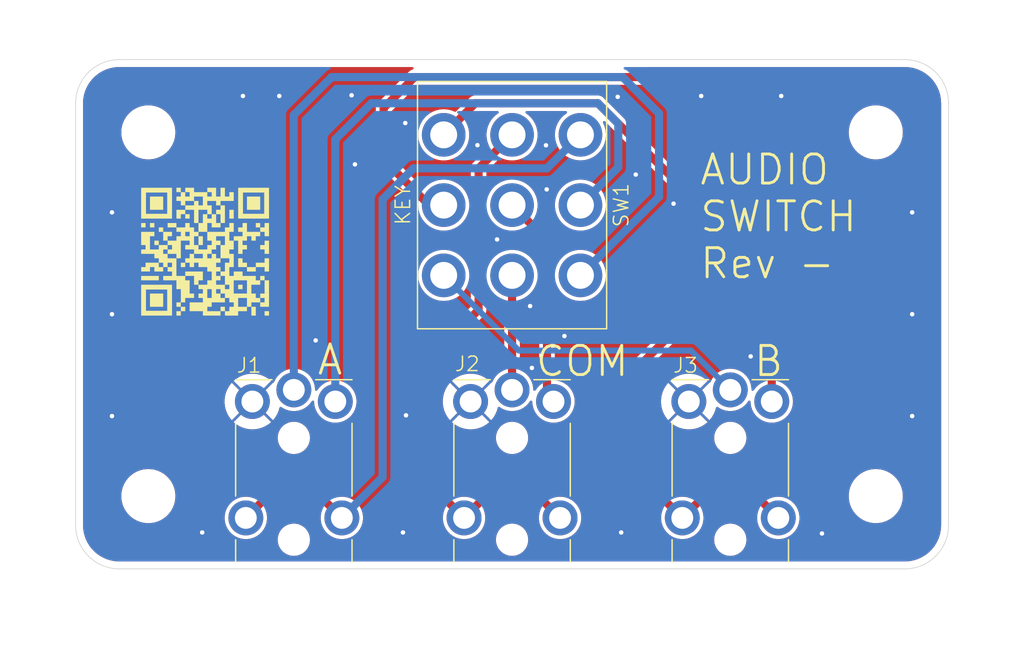
<source format=kicad_pcb>
(kicad_pcb (version 20241229) (generator "pcbnew") (generator_version "9.0")
  (title_block (title "Audio Switch") (date "2025-10-12") (rev "-"))
  (layers (0 "F.Cu" signal) (2 "B.Cu" signal) (13 "F.Paste" user) (15 "B.Paste" user) (5 "F.SilkS" user "F.Silkscreen") (7 "B.SilkS" user "B.Silkscreen") (1 "F.Mask" user) (3 "B.Mask" user) (25 "Edge.Cuts" user))
  (net 0 "")
  (net 1 "/A_RIGHT")
  (net 2 "GND")
  (net 3 "/A_LEFT")
  (net 4 "/A_MIC")
  (net 5 "/COM_LEFT")
  (net 6 "/COM_MIC")
  (net 7 "/COM_RIGHT")
  (net 8 "/B_LEFT")
  (net 9 "/B_RIGHT")
  (net 10 "/B_MIC")
  (footprint "MountingHole:MountingHole_2.7mm_M2.5" (layer "F.Cu") (at 161.85 117)
    (property "Reference" "REF**" (hide yes))
    (property "Value" "MountingHole_2.7mm_M2.5")
    (pad "" np_thru_hole circle (at 0 0) (size 2.7 2.7) (drill 2.7) (layers "*.Cu" "*.Mask"))
  )
  (footprint "MountingHole:MountingHole_2.7mm_M2.5" (layer "F.Cu") (at 111.85 92)
    (property "Reference" "REF**" (hide yes))
    (property "Value" "MountingHole_2.7mm_M2.5")
    (pad "" np_thru_hole circle (at 0 0) (size 2.7 2.7) (drill 2.7) (layers "*.Cu" "*.Mask"))
  )
  (footprint "_Proj_Fooprints:54-00174" (layer "F.Cu") (at 136.85 122 90)
    (property "Reference" "J2" (at 13.5 -4 0) (layer "F.SilkS") (effects (font (thickness 0.1)) (justify left bottom)))
    (property "Value" "AudioJack4")
    (fp_line (start 13 -4) (end 13 -1.5) (stroke (width 0.1)) (layer "F.SilkS"))
    (fp_line (start 5 -4) (end 10 -4) (stroke (width 0.1)) (layer "F.SilkS"))
    (fp_line (start 2 -4) (end 0.5 -4) (stroke (width 0.1)) (layer "F.SilkS"))
    (fp_line (start 13 1.5) (end 13 4) (stroke (width 0.1)) (layer "F.SilkS"))
    (fp_line (start 5 4) (end 10 4) (stroke (width 0.1)) (layer "F.SilkS"))
    (fp_line (start 2 4) (end 0.5 4) (stroke (width 0.1)) (layer "F.SilkS"))
    (pad "" np_thru_hole circle (at 2 0 90) (size 0.1 0.1) (drill 1.2) (layers "*.Cu" "*.Mask"))
    (pad "" np_thru_hole circle (at 9 0 90) (size 0.1 0.1) (drill 1.2) (layers "*.Cu" "*.Mask"))
    (pad "R1" thru_hole circle (at 11.5 2.85 90) (size 2.4 2.4) (drill 1.5) (layers "*.Cu" "*.Mask") (net 7 "/COM_RIGHT"))
    (pad "R2" thru_hole circle (at 11.5 -2.85 90) (size 2.4 2.4) (drill 1.5) (layers "*.Cu" "*.Mask") (net 2 "GND"))
    (pad "S" thru_hole circle (at 12.3 0 90) (size 2.4 2.4) (drill 1.5) (layers "*.Cu" "*.Mask") (net 6 "/COM_MIC"))
    (pad "T" thru_hole circle (at 3.5 -3.3 90) (size 2.4 2.4) (drill 1.5) (layers "*.Cu" "*.Mask") (net 5 "/COM_LEFT"))
    (pad "T" thru_hole circle (at 3.5 3.3 90) (size 2.4 2.4) (drill 1.5) (layers "*.Cu" "*.Mask") (net 5 "/COM_LEFT"))
  )
  (footprint "_Proj_Fooprints:1003P1T1B1M2QEH" (layer "F.Cu") (at 136.85 97 90)
    (property "Reference" "SW1" (at 0 7.5 90) (layer "F.SilkS") (effects (font (thickness 0.1))))
    (property "Value" "SW_3PDT")
    (fp_rect (start -8.5 -6.5) (end 8.5 6.5) (stroke (width 0.1)) (fill no) (layer "F.SilkS"))
    (fp_text user "KEY" (at 0 -7.5 90) (layer "F.SilkS") (effects (font (thickness 0.1))))
    (pad "1" thru_hole circle (at -4.83 4.7 90) (size 3 3) (drill 1.85) (layers "*.Cu" "*.Mask") (net 4 "/A_MIC"))
    (pad "2" thru_hole circle (at -4.83 0 90) (size 3 3) (drill 1.85) (layers "*.Cu" "*.Mask") (net 6 "/COM_MIC"))
    (pad "3" thru_hole circle (at -4.83 -4.7 90) (size 3 3) (drill 1.85) (layers "*.Cu" "*.Mask") (net 10 "/B_MIC"))
    (pad "4" thru_hole circle (at 0 4.7 90) (size 3 3) (drill 1.85) (layers "*.Cu" "*.Mask") (net 1 "/A_RIGHT"))
    (pad "5" thru_hole circle (at 0 0 90) (size 3 3) (drill 1.85) (layers "*.Cu" "*.Mask") (net 7 "/COM_RIGHT"))
    (pad "6" thru_hole circle (at 0 -4.7 90) (size 3 3) (drill 1.85) (layers "*.Cu" "*.Mask") (net 9 "/B_RIGHT"))
    (pad "7" thru_hole circle (at 4.83 4.7 90) (size 3 3) (drill 1.85) (layers "*.Cu" "*.Mask") (net 3 "/A_LEFT"))
    (pad "8" thru_hole circle (at 4.83 0 90) (size 3 3) (drill 1.85) (layers "*.Cu" "*.Mask") (net 5 "/COM_LEFT"))
    (pad "9" thru_hole circle (at 4.83 -4.7 90) (size 3 3) (drill 1.85) (layers "*.Cu" "*.Mask") (net 8 "/B_LEFT"))
  )
  (footprint "_Proj_Fooprints:54-00174" (layer "F.Cu") (at 121.85 122 90)
    (property "Reference" "J1" (at 13.4 -4 0) (layer "F.SilkS") (effects (font (thickness 0.1)) (justify left bottom)))
    (property "Value" "AudioJack4")
    (fp_line (start 13 -4) (end 13 -1.5) (stroke (width 0.1)) (layer "F.SilkS"))
    (fp_line (start 5 -4) (end 10 -4) (stroke (width 0.1)) (layer "F.SilkS"))
    (fp_line (start 2 -4) (end 0.5 -4) (stroke (width 0.1)) (layer "F.SilkS"))
    (fp_line (start 13 1.5) (end 13 4) (stroke (width 0.1)) (layer "F.SilkS"))
    (fp_line (start 5 4) (end 10 4) (stroke (width 0.1)) (layer "F.SilkS"))
    (fp_line (start 2 4) (end 0.5 4) (stroke (width 0.1)) (layer "F.SilkS"))
    (pad "" np_thru_hole circle (at 2 0 90) (size 0.1 0.1) (drill 1.2) (layers "*.Cu" "*.Mask"))
    (pad "" np_thru_hole circle (at 9 0 90) (size 0.1 0.1) (drill 1.2) (layers "*.Cu" "*.Mask"))
    (pad "R1" thru_hole circle (at 11.5 2.85 90) (size 2.4 2.4) (drill 1.5) (layers "*.Cu" "*.Mask") (net 1 "/A_RIGHT"))
    (pad "R2" thru_hole circle (at 11.5 -2.85 90) (size 2.4 2.4) (drill 1.5) (layers "*.Cu" "*.Mask") (net 2 "GND"))
    (pad "S" thru_hole circle (at 12.3 0 90) (size 2.4 2.4) (drill 1.5) (layers "*.Cu" "*.Mask") (net 4 "/A_MIC"))
    (pad "T" thru_hole circle (at 3.5 -3.3 90) (size 2.4 2.4) (drill 1.5) (layers "*.Cu" "*.Mask") (net 3 "/A_LEFT"))
    (pad "T" thru_hole circle (at 3.5 3.3 90) (size 2.4 2.4) (drill 1.5) (layers "*.Cu" "*.Mask") (net 3 "/A_LEFT"))
  )
  (footprint "MountingHole:MountingHole_2.7mm_M2.5" (layer "F.Cu") (at 111.85 117)
    (property "Reference" "REF**" (hide yes))
    (property "Value" "MountingHole_2.7mm_M2.5")
    (pad "" np_thru_hole circle (at 0 0) (size 2.7 2.7) (drill 2.7) (layers "*.Cu" "*.Mask"))
  )
  (footprint "_Proj_Fooprints:QR_code" (layer "F.Cu") (at 115.75 100.2)
    (property "Reference" "G***" (hide yes))
    (property "Value" "LOGO" (hide yes))
    (fp_poly (pts (xy -4.090998 -1.818221) (xy -4.090998 -1.666703) (xy -4.242516 -1.666703) (xy -4.394035 -1.666703) (xy -4.394035 -1.818221) (xy -4.394035 -1.96974) (xy -4.242516 -1.96974) (xy -4.090998 -1.96974)) (fill yes) (layer "F.SilkS"))
    (fp_poly (pts (xy -3.484924 -1.818221) (xy -3.484924 -1.666703) (xy -3.636443 -1.666703) (xy -3.787961 -1.666703) (xy -3.787961 -1.818221) (xy -3.787961 -1.96974) (xy -3.636443 -1.96974) (xy -3.484924 -1.96974)) (fill yes) (layer "F.SilkS"))
    (fp_poly (pts (xy -3.181887 1.818221) (xy -3.181887 1.96974) (xy -3.787961 1.96974) (xy -4.394035 1.96974) (xy -4.394035 1.818221) (xy -4.394035 1.666703) (xy -3.787961 1.666703) (xy -3.181887 1.666703)) (fill yes) (layer "F.SilkS"))
    (fp_poly (pts (xy -2.87885 -3.333406) (xy -2.87885 -2.87885) (xy -3.333406 -2.87885) (xy -3.787961 -2.87885) (xy -3.787961 -3.333406) (xy -3.787961 -3.787961) (xy -3.333406 -3.787961) (xy -2.87885 -3.787961)) (fill yes) (layer "F.SilkS"))
    (fp_poly (pts (xy -2.87885 -1.515184) (xy -2.87885 -1.363666) (xy -3.030369 -1.363666) (xy -3.181887 -1.363666) (xy -3.181887 -1.515184) (xy -3.181887 -1.666703) (xy -3.030369 -1.666703) (xy -2.87885 -1.666703)) (fill yes) (layer "F.SilkS"))
    (fp_poly (pts (xy -2.87885 3.333406) (xy -2.87885 3.787961) (xy -3.333406 3.787961) (xy -3.787961 3.787961) (xy -3.787961 3.333406) (xy -3.787961 2.87885) (xy -3.333406 2.87885) (xy -2.87885 2.87885)) (fill yes) (layer "F.SilkS"))
    (fp_poly (pts (xy -1.363666 0.909111) (xy -1.363666 1.060629) (xy -1.515184 1.060629) (xy -1.666703 1.060629) (xy -1.666703 0.909111) (xy -1.666703 0.757592) (xy -1.515184 0.757592) (xy -1.363666 0.757592)) (fill yes) (layer "F.SilkS"))
    (fp_poly (pts (xy -1.060629 -2.424295) (xy -1.060629 -2.272777) (xy -1.212148 -2.272777) (xy -1.363666 -2.272777) (xy -1.363666 -2.424295) (xy -1.363666 -2.575813) (xy -1.212148 -2.575813) (xy -1.060629 -2.575813)) (fill yes) (layer "F.SilkS"))
    (fp_poly (pts (xy -0.151518 -0.757592) (xy -0.151518 -0.454555) (xy -0.303037 -0.454555) (xy -0.454555 -0.454555) (xy -0.454555 -0.757592) (xy -0.454555 -1.060629) (xy -0.303037 -1.060629) (xy -0.151518 -1.060629)) (fill yes) (layer "F.SilkS"))
    (fp_poly (pts (xy 1.96974 -2.575813) (xy 1.96974 -2.272777) (xy 1.818221 -2.272777) (xy 1.666703 -2.272777) (xy 1.666703 -2.575813) (xy 1.666703 -2.87885) (xy 1.818221 -2.87885) (xy 1.96974 -2.87885)) (fill yes) (layer "F.SilkS"))
    (fp_poly (pts (xy 2.575813 2.424295) (xy 2.575813 2.575813) (xy 2.424295 2.575813) (xy 2.272777 2.575813) (xy 2.272777 2.424295) (xy 2.272777 2.272777) (xy 2.424295 2.272777) (xy 2.575813 2.272777)) (fill yes) (layer "F.SilkS"))
    (fp_poly (pts (xy 3.484924 4.090998) (xy 3.484924 4.394035) (xy 3.333406 4.394035) (xy 3.181887 4.394035) (xy 3.181887 4.090998) (xy 3.181887 3.787961) (xy 3.333406 3.787961) (xy 3.484924 3.787961)) (fill yes) (layer "F.SilkS"))
    (fp_poly (pts (xy 3.787961 -3.333406) (xy 3.787961 -2.87885) (xy 3.333406 -2.87885) (xy 2.87885 -2.87885) (xy 2.87885 -3.333406) (xy 2.87885 -3.787961) (xy 3.333406 -3.787961) (xy 3.787961 -3.787961)) (fill yes) (layer "F.SilkS"))
    (fp_poly (pts (xy 4.394035 4.242516) (xy 4.394035 4.394035) (xy 4.242516 4.394035) (xy 4.090998 4.394035) (xy 4.090998 4.242516) (xy 4.090998 4.090998) (xy 4.242516 4.090998) (xy 4.394035 4.090998)) (fill yes) (layer "F.SilkS"))
    (fp_poly (pts (xy -1.363666 3.939479) (xy -1.363666 4.090998) (xy -1.515184 4.090998) (xy -1.666703 4.090998) (xy -1.666703 4.242516) (xy -1.666703 4.394035) (xy -1.818221 4.394035) (xy -1.96974 4.394035) (xy -1.96974 4.242516) (xy -1.96974 4.090998) (xy -1.818221 4.090998) (xy -1.666703 4.090998) (xy -1.666703 3.939479) (xy -1.666703 3.787961) (xy -1.515184 3.787961) (xy -1.363666 3.787961)) (fill yes) (layer "F.SilkS"))
    (fp_poly (pts (xy 4.394035 -0.303037) (xy 4.394035 0.151518) (xy 4.242516 0.151518) (xy 4.090998 0.151518) (xy 4.090998 0) (xy 4.090998 -0.151518) (xy 3.939479 -0.151518) (xy 3.787961 -0.151518) (xy 3.787961 -0.303037) (xy 3.787961 -0.454555) (xy 3.939479 -0.454555) (xy 4.090998 -0.454555) (xy 4.090998 -0.606074) (xy 4.090998 -0.757592) (xy 4.242516 -0.757592) (xy 4.394035 -0.757592)) (fill yes) (layer "F.SilkS"))
    (fp_poly (pts (xy -2.272777 -3.333406) (xy -2.272777 -2.272777) (xy -3.333406 -2.272777) (xy -4.394035 -2.272777) (xy -4.394035 -3.333406) (xy -4.063449 -3.333406) (xy -4.063449 -2.603362) (xy -3.333406 -2.603362) (xy -2.603362 -2.603362) (xy -2.603362 -3.333406) (xy -2.603362 -4.063449) (xy -3.333406 -4.063449) (xy -4.063449 -4.063449) (xy -4.063449 -3.333406) (xy -4.394035 -3.333406) (xy -4.394035 -4.394035) (xy -3.333406 -4.394035) (xy -2.272777 -4.394035)) (fill yes) (layer "F.SilkS"))
    (fp_poly (pts (xy -2.272777 3.333406) (xy -2.272777 4.394035) (xy -3.333406 4.394035) (xy -4.394035 4.394035) (xy -4.394035 3.333406) (xy -4.063449 3.333406) (xy -4.063449 4.063449) (xy -3.333406 4.063449) (xy -2.603362 4.063449) (xy -2.603362 3.333406) (xy -2.603362 2.603362) (xy -3.333406 2.603362) (xy -4.063449 2.603362) (xy -4.063449 3.333406) (xy -4.394035 3.333406) (xy -4.394035 2.272777) (xy -3.333406 2.272777) (xy -2.272777 2.272777)) (fill yes) (layer "F.SilkS"))
    (fp_poly (pts (xy 4.394035 -3.333406) (xy 4.394035 -2.272777) (xy 3.333406 -2.272777) (xy 2.272777 -2.272777) (xy 2.272777 -3.333406) (xy 2.603362 -3.333406) (xy 2.603362 -2.603362) (xy 3.333406 -2.603362) (xy 4.063449 -2.603362) (xy 4.063449 -3.333406) (xy 4.063449 -4.063449) (xy 3.333406 -4.063449) (xy 2.603362 -4.063449) (xy 2.603362 -3.333406) (xy 2.272777 -3.333406) (xy 2.272777 -4.394035) (xy 3.333406 -4.394035) (xy 4.394035 -4.394035)) (fill yes) (layer "F.SilkS"))
    (fp_poly (pts (xy 2.575813 0.606074) (xy 2.575813 0.757592) (xy 2.727332 0.757592) (xy 2.87885 0.757592) (xy 2.87885 0.909111) (xy 2.87885 1.060629) (xy 3.181887 1.060629) (xy 3.484924 1.060629) (xy 3.484924 0.909111) (xy 3.484924 0.757592) (xy 3.787961 0.757592) (xy 4.090998 0.757592) (xy 4.090998 0.606074) (xy 4.090998 0.454555) (xy 4.242516 0.454555) (xy 4.394035 0.454555) (xy 4.394035 0.909111) (xy 4.394035 1.363666) (xy 4.242516 1.363666) (xy 4.090998 1.363666) (xy 4.090998 1.212147) (xy 4.090998 1.060629) (xy 3.787961 1.060629) (xy 3.484924 1.060629) (xy 3.484924 1.212147) (xy 3.484924 1.363666) (xy 3.181887 1.363666) (xy 2.87885 1.363666) (xy 2.87885 1.212147) (xy 2.87885 1.060629) (xy 2.575813 1.060629) (xy 2.272777 1.060629) (xy 2.272777 0.757592) (xy 2.272777 0.454555) (xy 2.424295 0.454555) (xy 2.575813 0.454555)) (fill yes) (layer "F.SilkS"))
    (fp_poly (pts (xy -1.666703 -4.242516) (xy -1.666703 -4.090998) (xy -1.515184 -4.090998) (xy -1.363666 -4.090998) (xy -1.363666 -4.242516) (xy -1.363666 -4.394035) (xy -1.060629 -4.394035) (xy -0.757592 -4.394035) (xy -0.757592 -4.242516) (xy -0.757592 -4.090998) (xy -0.303037 -4.090998) (xy 0.151518 -4.090998) (xy 0.151518 -4.242516) (xy 0.151518 -4.394035) (xy 0.454555 -4.394035) (xy 0.757592 -4.394035) (xy 0.757592 -4.090998) (xy 0.757592 -3.787961) (xy 0.909111 -3.787961) (xy 1.060629 -3.787961) (xy 1.060629 -4.090998) (xy 1.060629 -4.394035) (xy 1.212147 -4.394035) (xy 1.363666 -4.394035) (xy 1.363666 -4.090998) (xy 1.363666 -3.787961) (xy 1.515184 -3.787961) (xy 1.666703 -3.787961) (xy 1.666703 -3.939479) (xy 1.666703 -4.090998) (xy 1.818221 -4.090998) (xy 1.96974 -4.090998) (xy 1.96974 -3.787961) (xy 1.96974 -3.484924) (xy 1.515184 -3.484924) (xy 1.060629 -3.484924) (xy 1.060629 -3.333406) (xy 1.060629 -3.181887) (xy 0.909111 -3.181887) (xy 0.757592 -3.181887) (xy 0.757592 -3.333406) (xy 0.757592 -3.484924) (xy 0.454555 -3.484924) (xy 0.151518 -3.484924) (xy 0.151518 -3.333406) (xy 0.151518 -3.181887) (xy 0.303037 -3.181887) (xy 0.454555 -3.181887) (xy 0.454555 -2.87885) (xy 0.454555 -2.575813) (xy 0.303037 -2.575813) (xy 0.151518 -2.575813) (xy 0.151518 -2.727332) (xy 0.151518 -2.87885) (xy -0.151518 -2.87885) (xy -0.454555 -2.87885) (xy -0.454555 -2.424295) (xy -0.454555 -1.96974) (xy -0.303037 -1.96974) (xy -0.151518 -1.96974) (xy -0.151518 -2.272777) (xy -0.151518 -2.575813) (xy 0 -2.575813) (xy 0.151518 -2.575813) (xy 0.151518 -2.424295) (xy 0.151518 -2.272777) (xy 0.303037 -2.272777) (xy 0.454555 -2.272777) (xy 0.757592 -2.272777) (xy 0.757592 -1.96974) (xy 0.909111 -1.96974) (xy 1.060629 -1.96974) (xy 1.060629 -2.272777) (xy 1.060629 -2.575813) (xy 0.909111 -2.575813) (xy 0.757592 -2.575813) (xy 0.757592 -2.272777) (xy 0.454555 -2.272777) (xy 0.454555 -2.424295) (xy 0.454555 -2.575813) (xy 0.606074 -2.575813) (xy 0.757592 -2.575813) (xy 0.757592 -2.727332) (xy 0.757592 -2.87885) (xy 0.909111 -2.87885) (xy 1.060629 -2.87885) (xy 1.060629 -3.030369) (xy 1.060629 -3.181887) (xy 1.212147 -3.181887) (xy 1.363666 -3.181887) (xy 1.363666 -2.575813) (xy 1.363666 -1.96974) (xy 1.212147 -1.96974) (xy 1.060629 -1.96974) (xy 1.060629 -1.818221) (xy 1.060629 -1.666703) (xy 0.757592 -1.666703) (xy 0.454555 -1.666703) (xy 0.454555 -1.818221) (xy 0.454555 -1.96974) (xy 0.303037 -1.96974) (xy 0.151518 -1.96974) (xy 0.151518 -1.666703) (xy 0.151518 -1.363666) (xy 0.757592 -1.363666) (xy 1.363666 -1.363666) (xy 1.363666 -1.515184) (xy 1.363666 -1.666703) (xy 1.515184 -1.666703) (xy 1.666703 -1.666703) (xy 1.666703 -1.818221) (xy 1.666703 -1.96974) (xy 1.818221 -1.96974) (xy 1.96974 -1.96974) (xy 1.96974 -1.666703) (xy 1.96974 -1.363666) (xy 1.818221 -1.363666) (xy 1.666703 -1.363666) (xy 1.666703 -1.060629) (xy 1.666703 -0.757592) (xy 1.818221 -0.757592) (xy 1.96974 -0.757592) (xy 1.96974 -0.909111) (xy 1.96974 -1.060629) (xy 2.272777 -1.060629) (xy 2.575813 -1.060629) (xy 2.575813 -1.212148) (xy 2.575813 -1.363666) (xy 2.424295 -1.363666) (xy 2.272777 -1.363666) (xy 2.272777 -1.515184) (xy 2.272777 -1.666703) (xy 2.424295 -1.666703) (xy 2.575813 -1.666703) (xy 2.575813 -1.818221) (xy 2.575813 -1.96974) (xy 2.727332 -1.96974) (xy 2.87885 -1.96974) (xy 2.87885 -1.666703) (xy 2.87885 -1.363666) (xy 3.333406 -1.363666) (xy 3.787961 -1.363666) (xy 3.787961 -1.515184) (xy 3.787961 -1.666703) (xy 3.636442 -1.666703) (xy 3.484924 -1.666703) (xy 3.484924 -1.818221) (xy 3.484924 -1.96974) (xy 3.636442 -1.96974) (xy 3.787961 -1.96974) (xy 3.787961 -1.818221) (xy 3.787961 -1.666703) (xy 3.939479 -1.666703) (xy 4.090998 -1.666703) (xy 4.090998 -1.818221) (xy 4.090998 -1.96974) (xy 4.242516 -1.96974) (xy 4.394035 -1.96974) (xy 4.394035 -1.515184) (xy 4.394035 -1.060629) (xy 4.242516 -1.060629) (xy 4.090998 -1.060629) (xy 4.090998 -1.212148) (xy 4.090998 -1.363666) (xy 3.939479 -1.363666) (xy 3.787961 -1.363666) (xy 3.787961 -1.212148) (xy 3.787961 -1.060629) (xy 3.636442 -1.060629) (xy 3.484924 -1.060629) (xy 3.484924 -0.909111) (xy 3.484924 -0.757592) (xy 3.333406 -0.757592) (xy 3.181887 -0.757592) (xy 3.181887 -0.909111) (xy 3.181887 -1.060629) (xy 3.030369 -1.060629) (xy 2.87885 -1.060629) (xy 2.87885 -0.909111) (xy 2.87885 -0.757592) (xy 2.727332 -0.757592) (xy 2.575813 -0.757592) (xy 2.575813 -0.606074) (xy 2.575813 -0.454555) (xy 2.727332 -0.454555) (xy 2.87885 -0.454555) (xy 2.87885 -0.303037) (xy 2.87885 -0.151518) (xy 2.727332 -0.151518) (xy 2.575813 -0.151518) (xy 2.575813 0) (xy 2.575813 0.151518) (xy 2.424295 0.151518) (xy 2.272777 0.151518) (xy 2.272777 -0.303037) (xy 2.272777 -0.757592) (xy 2.121258 -0.757592) (xy 1.96974 -0.757592) (xy 1.96974 -0.454555) (xy 1.96974 -0.151518) (xy 1.818221 -0.151518) (xy 1.666703 -0.151518) (xy 1.666703 0) (xy 1.666703 0.151518) (xy 1.818221 0.151518) (xy 1.96974 0.151518) (xy 1.96974 0.606074) (xy 1.96974 1.060629) (xy 1.818221 1.060629) (xy 1.666703 1.060629) (xy 1.666703 1.363666) (xy 1.666703 1.666703) (xy 1.818221 1.666703) (xy 1.96974 1.666703) (xy 1.96974 1.515184) (xy 1.96974 1.363666) (xy 2.272777 1.363666) (xy 2.575813 1.363666) (xy 2.575813 1.515184) (xy 2.575813 1.666703) (xy 3.030369 1.666703) (xy 3.484924 1.666703) (xy 3.484924 1.818221) (xy 3.484924 1.96974) (xy 3.636442 1.96974) (xy 3.787961 1.96974) (xy 3.787961 1.818221) (xy 3.787961 1.666703) (xy 3.939479 1.666703) (xy 4.090998 1.666703) (xy 4.090998 1.818221) (xy 4.090998 1.96974) (xy 3.939479 1.96974) (xy 3.787961 1.96974) (xy 3.787961 2.121258) (xy 3.787961 2.272777) (xy 3.484924 2.272777) (xy 3.181887 2.272777) (xy 3.181887 2.575813) (xy 3.181887 2.87885) (xy 3.333406 2.87885) (xy 3.484924 2.87885) (xy 3.484924 3.030369) (xy 3.484924 3.181887) (xy 3.636442 3.181887) (xy 3.787961 3.181887) (xy 3.787961 3.030369) (xy 3.787961 2.87885) (xy 3.939479 2.87885) (xy 4.090998 2.87885) (xy 4.090998 2.424295) (xy 4.090998 1.96974) (xy 4.242516 1.96974) (xy 4.394035 1.96974) (xy 4.394035 2.87885) (xy 4.394035 3.787961) (xy 4.090998 3.787961) (xy 3.787961 3.787961) (xy 3.787961 3.636442) (xy 3.787961 3.484924) (xy 3.484924 3.484924) (xy 3.181887 3.484924) (xy 3.181887 3.636442) (xy 3.181887 3.787961) (xy 3.030369 3.787961) (xy 2.87885 3.787961) (xy 2.87885 3.939479) (xy 2.87885 4.090998) (xy 2.575813 4.090998) (xy 2.272777 4.090998) (xy 2.272777 4.242516) (xy 2.272777 4.394035) (xy 1.818221 4.394035) (xy 1.363666 4.394035) (xy 1.363666 4.242516) (xy 1.363666 4.090998) (xy 1.212147 4.090998) (xy 1.060629 4.090998) (xy 1.060629 4.242516) (xy 1.060629 4.394035) (xy 0.454555 4.394035) (xy -0.151518 4.394035) (xy -0.151518 4.242516) (xy -0.151518 4.090998) (xy -0.606074 4.090998) (xy -1.060629 4.090998) (xy -1.060629 3.787961) (xy 0.151518 3.787961) (xy 0.151518 3.939479) (xy 0.151518 4.090998) (xy 0.606074 4.090998) (xy 1.060629 4.090998) (xy 1.060629 3.939479) (xy 1.060629 3.787961) (xy 1.212147 3.787961) (xy 1.363666 3.787961) (xy 1.363666 3.939479) (xy 1.363666 4.090998) (xy 1.515184 4.090998) (xy 1.666703 4.090998) (xy 1.666703 3.939479) (xy 1.666703 3.787961) (xy 1.818221 3.787961) (xy 1.96974 3.787961) (xy 1.96974 3.636442) (xy 1.96974 3.484924) (xy 2.272777 3.484924) (xy 2.272777 3.787961) (xy 2.575813 3.787961) (xy 2.87885 3.787961) (xy 2.87885 3.484924) (xy 2.87885 3.333406) (xy 3.787961 3.333406) (xy 3.787961 3.484924) (xy 3.939479 3.484924) (xy 4.090998 3.484924) (xy 4.090998 3.333406) (xy 4.090998 3.181887) (xy 3.939479 3.181887) (xy 3.787961 3.181887) (xy 3.787961 3.333406) (xy 2.87885 3.333406) (xy 2.87885 3.181887) (xy 2.575813 3.181887) (xy 2.272777 3.181887) (xy 2.272777 3.484924) (xy 1.96974 3.484924) (xy 1.818221 3.484924) (xy 1.666703 3.484924) (xy 1.666703 3.333406) (xy 1.666703 3.181887) (xy 1.515184 3.181887) (xy 1.363666 3.181887) (xy 1.363666 3.333406) (xy 1.363666 3.484924) (xy 0.909111 3.484924) (xy 0.454555 3.484924) (xy 0.454555 3.636442) (xy 0.454555 3.787961) (xy 0.303037 3.787961) (xy 0.151518 3.787961) (xy -1.060629 3.787961) (xy -1.060629 3.484924) (xy -0.606074 3.484924) (xy -0.151518 3.484924) (xy -0.151518 3.333406) (xy -0.151518 3.181887) (xy -0.303037 3.181887) (xy -0.454555 3.181887) (xy -0.454555 3.030369) (xy -0.454555 2.87885) (xy -0.303037 2.87885) (xy -0.151518 2.87885) (xy 0.151518 2.87885) (xy 0.151518 3.181887) (xy 0.303037 3.181887) (xy 0.454555 3.181887) (xy 0.454555 3.030369) (xy 1.060629 3.030369) (xy 1.060629 3.181887) (xy 1.212147 3.181887) (xy 1.363666 3.181887) (xy 1.363666 3.030369) (xy 1.363666 2.87885) (xy 1.212147 2.87885) (xy 1.060629 2.87885) (xy 1.060629 3.030369) (xy 0.454555 3.030369) (xy 0.454555 2.87885) (xy 0.454555 2.727332) (xy 0.757592 2.727332) (xy 0.757592 2.87885) (xy 0.909111 2.87885) (xy 1.060629 2.87885) (xy 1.060629 2.727332) (xy 1.060629 2.575813) (xy 0.909111 2.575813) (xy 0.757592 2.575813) (xy 0.757592 2.727332) (xy 0.454555 2.727332) (xy 0.454555 2.575813) (xy 0.303037 2.575813) (xy 0.151518 2.575813) (xy 0.151518 2.87885) (xy -0.151518 2.87885) (xy -0.151518 2.727332) (xy -0.151518 2.575813) (xy -0.303037 2.575813) (xy -0.454555 2.575813) (xy -0.454555 2.424295) (xy 1.363666 2.424295) (xy 1.363666 2.575813) (xy 1.515184 2.575813) (xy 1.666703 2.575813) (xy 1.666703 2.424295) (xy 1.96974 2.424295) (xy 1.96974 2.87885) (xy 2.424295 2.87885) (xy 2.87885 2.87885) (xy 2.87885 2.424295) (xy 2.87885 1.96974) (xy 2.424295 1.96974) (xy 1.96974 1.96974) (xy 1.96974 2.424295) (xy 1.666703 2.424295) (xy 1.666703 2.272777) (xy 1.515184 2.272777) (xy 1.363666 2.272777) (xy 1.363666 2.424295) (xy -0.454555 2.424295) (xy -0.454555 2.272777) (xy -0.606074 2.272777) (xy -0.757592 2.272777) (xy -0.757592 1.96974) (xy -0.757592 1.666703) (xy -1.060629 1.666703) (xy -1.363666 1.666703) (xy -1.363666 1.818221) (xy -1.363666 1.96974) (xy -1.212148 1.96974) (xy -1.060629 1.96974) (xy -1.060629 2.424295) (xy -1.060629 2.87885) (xy -0.909111 2.87885) (xy -0.757592 2.87885) (xy -0.757592 3.030369) (xy -0.757592 3.181887) (xy -1.060629 3.181887) (xy -1.363666 3.181887) (xy -1.363666 3.333406) (xy -1.363666 3.484924) (xy -1.515184 3.484924) (xy -1.666703 3.484924) (xy -1.666703 3.636442) (xy -1.666703 3.787961) (xy -1.818221 3.787961) (xy -1.96974 3.787961) (xy -1.96974 3.636442) (xy -1.96974 3.484924) (xy -1.818221 3.484924) (xy -1.666703 3.484924) (xy -1.666703 3.030369) (xy -1.666703 2.575813) (xy -1.818221 2.575813) (xy -1.96974 2.575813) (xy -1.96974 2.272777) (xy -1.96974 1.96974) (xy -2.424295 1.96974) (xy -2.87885 1.96974) (xy -2.87885 1.818221) (xy -2.87885 1.666703) (xy -2.575813 1.666703) (xy -2.272777 1.666703) (xy -2.272777 1.515184) (xy -2.272777 1.363666) (xy -2.424295 1.363666) (xy -2.575813 1.363666) (xy -2.575813 1.212147) (xy -2.575813 1.060629) (xy -2.727332 1.060629) (xy -2.87885 1.060629) (xy -2.87885 1.212147) (xy -2.87885 1.363666) (xy -3.181887 1.363666) (xy -3.484924 1.363666) (xy -3.484924 1.212147) (xy -3.484924 1.060629) (xy -3.636443 1.060629) (xy -3.787961 1.060629) (xy -3.787961 1.212147) (xy -3.787961 1.363666) (xy -4.090998 1.363666) (xy -4.394035 1.363666) (xy -4.394035 1.212147) (xy -4.394035 1.060629) (xy -4.242516 1.060629) (xy -4.090998 1.060629) (xy -4.090998 0.909111) (xy -3.181887 0.909111) (xy -3.181887 1.060629) (xy -3.030369 1.060629) (xy -2.87885 1.060629) (xy -2.87885 0.909111) (xy -2.575813 0.909111) (xy -2.575813 1.060629) (xy -2.424295 1.060629) (xy -2.272777 1.060629) (xy -2.272777 0.909111) (xy -2.272777 0.757592) (xy -2.424295 0.757592) (xy -2.575813 0.757592) (xy -2.575813 0.909111) (xy -2.87885 0.909111) (xy -2.87885 0.757592) (xy -3.030369 0.757592) (xy -3.181887 0.757592) (xy -3.181887 0.909111) (xy -4.090998 0.909111) (xy -4.090998 0.757592) (xy -3.636443 0.757592) (xy -3.181887 0.757592) (xy -3.181887 0.606074) (xy -3.181887 0.454555) (xy -3.333406 0.454555) (xy -3.484924 0.454555) (xy -3.484924 0.303037) (xy -3.484924 0.151518) (xy -3.939479 0.151518) (xy -4.394035 0.151518) (xy -4.394035 0) (xy -4.394035 -0.151518) (xy -4.242516 -0.151518) (xy -4.090998 -0.151518) (xy -4.090998 -0.303037) (xy -4.090998 -0.454555) (xy -4.242516 -0.454555) (xy -4.394035 -0.454555) (xy -4.394035 -0.909111) (xy -4.394035 -1.363666) (xy -3.939479 -1.363666) (xy -3.484924 -1.363666) (xy -3.484924 -1.212148) (xy -3.484924 -1.060629) (xy -3.636443 -1.060629) (xy -3.787961 -1.060629) (xy -3.787961 -0.606074) (xy -3.787961 -0.151518) (xy -3.484924 -0.151518) (xy -3.181887 -0.151518) (xy -2.87885 -0.151518) (xy -2.87885 0) (xy -2.87885 0.151518) (xy -2.727332 0.151518) (xy -2.575813 0.151518) (xy -2.575813 0.303037) (xy -2.575813 0.454555) (xy -2.272777 0.454555) (xy -1.96974 0.454555) (xy -1.96974 1.060629) (xy -1.96974 1.666703) (xy -1.666703 1.666703) (xy -1.363666 1.666703) (xy -1.363666 1.515184) (xy -1.363666 1.363666) (xy -0.757592 1.363666) (xy -0.151518 1.363666) (xy -0.151518 1.666703) (xy -0.151518 1.96974) (xy -0.303037 1.96974) (xy -0.454555 1.96974) (xy -0.454555 2.121258) (xy -0.454555 2.272777) (xy -0.151518 2.272777) (xy 0.151518 2.272777) (xy 0.151518 2.121258) (xy 0.151518 1.96974) (xy 0.303037 1.96974) (xy 0.454555 1.96974) (xy 0.757592 1.96974) (xy 0.757592 2.121258) (xy 0.757592 2.272777) (xy 1.060629 2.272777) (xy 1.363666 2.272777) (xy 1.363666 1.96974) (xy 1.363666 1.666703) (xy 1.212147 1.666703) (xy 1.060629 1.666703) (xy 1.060629 1.818221) (xy 1.060629 1.96974) (xy 0.909111 1.96974) (xy 0.757592 1.96974) (xy 0.454555 1.96974) (xy 0.454555 1.666703) (xy 0.454555 1.363666) (xy 0.303037 1.363666) (xy 0.151518 1.363666) (xy 0.151518 1.212147) (xy 0.151518 1.060629) (xy -0.151518 1.060629) (xy -0.454555 1.060629) (xy -0.454555 0.909111) (xy -0.454555 0.757592) (xy 0.757592 0.757592) (xy 0.757592 0.909111) (xy 0.757592 1.060629) (xy 0.909111 1.060629) (xy 1.060629 1.060629) (xy 1.060629 1.212147) (xy 1.060629 1.363666) (xy 0.909111 1.363666) (xy 0.757592 1.363666) (xy 0.757592 1.515184) (xy 0.757592 1.666703) (xy 0.909111 1.666703) (xy 1.060629 1.666703) (xy 1.060629 1.515184) (xy 1.060629 1.363666) (xy 1.212147 1.363666) (xy 1.363666 1.363666) (xy 1.363666 1.060629) (xy 1.363666 0.757592) (xy 1.515184 0.757592) (xy 1.666703 0.757592) (xy 1.666703 0.606074) (xy 1.666703 0.454555) (xy 1.363666 0.454555) (xy 1.060629 0.454555) (xy 1.060629 0.606074) (xy 1.060629 0.757592) (xy 0.909111 0.757592) (xy 0.757592 0.757592) (xy -0.454555 0.757592) (xy -0.606074 0.757592) (xy -0.757592 0.757592) (xy -0.757592 0.909111) (xy -0.757592 1.060629) (xy -0.909111 1.060629) (xy -1.060629 1.060629) (xy -1.060629 0.909111) (xy -1.060629 0.757592) (xy -1.212148 0.757592) (xy -1.363666 0.757592) (xy -1.363666 0.606074) (xy -1.363666 0.454555) (xy -1.212148 0.454555) (xy -1.060629 0.454555) (xy -1.060629 0.303037) (xy -0.757592 0.303037) (xy -0.757592 0.454555) (xy -0.454555 0.454555) (xy -0.151518 0.454555) (xy -0.151518 0.303037) (xy -0.151518 0.151518) (xy 0.151518 0.151518) (xy 0.151518 0.303037) (xy 0.151518 0.454555) (xy 0.303037 0.454555) (xy 0.454555 0.454555) (xy 0.454555 0.303037) (xy 0.454555 0.151518) (xy 0.606074 0.151518) (xy 0.757592 0.151518) (xy 0.757592 0.303037) (xy 0.757592 0.454555) (xy 0.909111 0.454555) (xy 1.060629 0.454555) (xy 1.060629 0) (xy 1.060629 -0.454555) (xy 1.212147 -0.454555) (xy 1.363666 -0.454555) (xy 1.363666 -0.757592) (xy 1.363666 -1.060629) (xy 1.060629 -1.060629) (xy 0.757592 -1.060629) (xy 0.757592 -0.909111) (xy 0.757592 -0.757592) (xy 0.909111 -0.757592) (xy 1.060629 -0.757592) (xy 1.060629 -0.606074) (xy 1.060629 -0.454555) (xy 0.909111 -0.454555) (xy 0.757592 -0.454555) (xy 0.757592 -0.303037) (xy 0.757592 -0.151518) (xy 0.606074 -0.151518) (xy 0.454555 -0.151518) (xy 0.454555 0) (xy 0.454555 0.151518) (xy 0.303037 0.151518) (xy 0.151518 0.151518) (xy -0.151518 0.151518) (xy -0.454555 0.151518) (xy -0.757592 0.151518) (xy -0.757592 0.303037) (xy -1.060629 0.303037) (xy -1.060629 0.151518) (xy -0.909111 0.151518) (xy -0.757592 0.151518) (xy -0.757592 0) (xy -0.757592 -0.151518) (xy -1.060629 -0.151518) (xy -1.363666 -0.151518) (xy -1.363666 -0.303037) (xy -1.363666 -0.454555) (xy -1.212148 -0.454555) (xy -1.060629 -0.454555) (xy -1.060629 -0.606074) (xy -1.060629 -0.757592) (xy -1.363666 -0.757592) (xy -1.666703 -0.757592) (xy -1.666703 -0.151518) (xy -1.666703 0.454555) (xy -1.818221 0.454555) (xy -1.96974 0.454555) (xy -1.96974 0.303037) (xy -1.96974 0.151518) (xy -2.272777 0.151518) (xy -2.575813 0.151518) (xy -2.575813 0) (xy -2.575813 -0.151518) (xy -2.424295 -0.151518) (xy -2.272777 -0.151518) (xy -2.272777 -0.303037) (xy -2.272777 -0.454555) (xy -2.424295 -0.454555) (xy -2.575813 -0.454555) (xy -2.575813 -0.303037) (xy -2.575813 -0.151518) (xy -2.727332 -0.151518) (xy -2.87885 -0.151518) (xy -3.181887 -0.151518) (xy -3.181887 -0.303037) (xy -3.181887 -0.454555) (xy -3.333406 -0.454555) (xy -3.484924 -0.454555) (xy -3.484924 -0.606074) (xy -3.484924 -0.757592) (xy -3.333406 -0.757592) (xy -3.181887 -0.757592) (xy -3.181887 -0.606074) (xy -3.181887 -0.454555) (xy -2.87885 -0.454555) (xy -2.575813 -0.454555) (xy -2.575813 -0.606074) (xy -2.575813 -0.757592) (xy -2.727332 -0.757592) (xy -2.87885 -0.757592) (xy -2.87885 -1.060629) (xy -2.87885 -1.363666) (xy -2.575813 -1.363666) (xy -2.272777 -1.363666) (xy -2.272777 -1.212148) (xy -2.272777 -1.060629) (xy -2.424295 -1.060629) (xy -2.575813 -1.060629) (xy -2.575813 -0.909111) (xy -2.575813 -0.757592) (xy -2.272777 -0.757592) (xy -1.96974 -0.757592) (xy -1.96974 -0.909111) (xy -1.96974 -1.060629) (xy -1.818221 -1.060629) (xy -1.666703 -1.060629) (xy -1.666703 -1.212148) (xy -1.363666 -1.212148) (xy -1.363666 -1.060629) (xy -1.212148 -1.060629) (xy -1.060629 -1.060629) (xy -0.757592 -1.060629) (xy -0.757592 -0.757592) (xy -0.757592 -0.454555) (xy -0.606074 -0.454555) (xy -0.454555 -0.454555) (xy -0.454555 -0.303037) (xy -0.454555 -0.151518) (xy -0.151518 -0.151518) (xy 0.151518 -0.151518) (xy 0.151518 -0.303037) (xy 0.151518 -0.454555) (xy 0.303037 -0.454555) (xy 0.454555 -0.454555) (xy 0.454555 -0.606074) (xy 0.454555 -0.757592) (xy 0.303037 -0.757592) (xy 0.151518 -0.757592) (xy 0.151518 -1.060629) (xy 0.151518 -1.363666) (xy -0.151518 -1.363666) (xy -0.454555 -1.363666) (xy -0.454555 -1.212148) (xy -0.454555 -1.060629) (xy -0.606074 -1.060629) (xy -0.757592 -1.060629) (xy -1.060629 -1.060629) (xy -1.060629 -1.212148) (xy -1.060629 -1.363666) (xy -1.212148 -1.363666) (xy -1.363666 -1.363666) (xy -1.363666 -1.212148) (xy -1.666703 -1.212148) (xy -1.666703 -1.363666) (xy -1.818221 -1.363666) (xy -1.96974 -1.363666) (xy -1.96974 -1.515184) (xy -1.96974 -1.666703) (xy -2.272777 -1.666703) (xy -2.575813 -1.666703) (xy -2.575813 -1.818221) (xy -2.575813 -1.96974) (xy -2.272777 -1.96974) (xy -1.96974 -1.96974) (xy -1.96974 -1.818221) (xy -1.96974 -1.666703) (xy -1.666703 -1.666703) (xy -1.363666 -1.666703) (xy -1.363666 -1.818221) (xy -1.363666 -1.96974) (xy -1.212148 -1.96974) (xy -1.060629 -1.96974) (xy -1.060629 -1.818221) (xy -1.060629 -1.666703) (xy -0.909111 -1.666703) (xy -0.757592 -1.666703) (xy -0.757592 -1.515184) (xy -0.757592 -1.363666) (xy -0.606074 -1.363666) (xy -0.454555 -1.363666) (xy -0.454555 -1.666703) (xy -0.454555 -1.96974) (xy -0.606074 -1.96974) (xy -0.757592 -1.96974) (xy -0.757592 -2.424295) (xy -0.757592 -2.87885) (xy -1.060629 -2.87885) (xy -1.363666 -2.87885) (xy -1.363666 -2.727332) (xy -1.363666 -2.575813) (xy -1.515184 -2.575813) (xy -1.666703 -2.575813) (xy -1.666703 -2.424295) (xy -1.666703 -2.272777) (xy -1.818221 -2.272777) (xy -1.96974 -2.272777) (xy -1.96974 -2.575813) (xy -1.96974 -2.87885) (xy -1.666703 -2.87885) (xy -1.363666 -2.87885) (xy -1.363666 -3.030369) (xy -1.363666 -3.181887) (xy -1.515184 -3.181887) (xy -1.666703 -3.181887) (xy -1.666703 -3.333406) (xy -1.666703 -3.484924) (xy -1.363666 -3.484924) (xy -1.363666 -3.333406) (xy -1.363666 -3.181887) (xy -1.060629 -3.181887) (xy -0.757592 -3.181887) (xy -0.757592 -3.333406) (xy -0.757592 -3.484924) (xy -0.606074 -3.484924) (xy -0.454555 -3.484924) (xy -0.454555 -3.333406) (xy -0.454555 -3.181887) (xy -0.303037 -3.181887) (xy -0.151518 -3.181887) (xy -0.151518 -3.484924) (xy -0.151518 -3.787961) (xy -0.454555 -3.787961) (xy -0.757592 -3.787961) (xy -0.757592 -3.636443) (xy -0.757592 -3.484924) (xy -1.060629 -3.484924) (xy -1.363666 -3.484924) (xy -1.666703 -3.484924) (xy -1.818221 -3.484924) (xy -1.96974 -3.484924) (xy -1.96974 -3.636443) (xy -1.96974 -3.787961) (xy -1.818221 -3.787961) (xy -1.666703 -3.787961) (xy -1.666703 -3.939479) (xy -1.363666 -3.939479) (xy -1.363666 -3.787961) (xy -1.212148 -3.787961) (xy -1.060629 -3.787961) (xy -1.060629 -3.939479) (xy 0.151518 -3.939479) (xy 0.151518 -3.787961) (xy 0.303037 -3.787961) (xy 0.454555 -3.787961) (xy 0.454555 -3.939479) (xy 0.454555 -4.090998) (xy 0.303037 -4.090998) (xy 0.151518 -4.090998) (xy 0.151518 -3.939479) (xy -1.060629 -3.939479) (xy -1.060629 -4.090998) (xy -1.212148 -4.090998) (xy -1.363666 -4.090998) (xy -1.363666 -3.939479) (xy -1.666703 -3.939479) (xy -1.666703 -4.090998) (xy -1.818221 -4.090998) (xy -1.96974 -4.090998) (xy -1.96974 -4.242516) (xy -1.96974 -4.394035) (xy -1.818221 -4.394035) (xy -1.666703 -4.394035)) (fill yes) (layer "F.SilkS"))
  )
  (footprint "MountingHole:MountingHole_2.7mm_M2.5" (layer "F.Cu") (at 161.85 92)
    (property "Reference" "REF**" (hide yes))
    (property "Value" "MountingHole_2.7mm_M2.5")
    (pad "" np_thru_hole circle (at 0 0) (size 2.7 2.7) (drill 2.7) (layers "*.Cu" "*.Mask"))
  )
  (footprint "_Proj_Fooprints:54-00174" (layer "F.Cu") (at 151.85 122 90)
    (property "Reference" "J3" (at 13.4 -4 0) (layer "F.SilkS") (effects (font (thickness 0.1)) (justify left bottom)))
    (property "Value" "AudioJack4")
    (fp_line (start 13 -4) (end 13 -1.5) (stroke (width 0.1)) (layer "F.SilkS"))
    (fp_line (start 5 -4) (end 10 -4) (stroke (width 0.1)) (layer "F.SilkS"))
    (fp_line (start 2 -4) (end 0.5 -4) (stroke (width 0.1)) (layer "F.SilkS"))
    (fp_line (start 13 1.5) (end 13 4) (stroke (width 0.1)) (layer "F.SilkS"))
    (fp_line (start 5 4) (end 10 4) (stroke (width 0.1)) (layer "F.SilkS"))
    (fp_line (start 2 4) (end 0.5 4) (stroke (width 0.1)) (layer "F.SilkS"))
    (pad "" np_thru_hole circle (at 2 0 90) (size 0.1 0.1) (drill 1.2) (layers "*.Cu" "*.Mask"))
    (pad "" np_thru_hole circle (at 9 0 90) (size 0.1 0.1) (drill 1.2) (layers "*.Cu" "*.Mask"))
    (pad "R1" thru_hole circle (at 11.5 2.85 90) (size 2.4 2.4) (drill 1.5) (layers "*.Cu" "*.Mask") (net 9 "/B_RIGHT"))
    (pad "R2" thru_hole circle (at 11.5 -2.85 90) (size 2.4 2.4) (drill 1.5) (layers "*.Cu" "*.Mask") (net 2 "GND"))
    (pad "S" thru_hole circle (at 12.3 0 90) (size 2.4 2.4) (drill 1.5) (layers "*.Cu" "*.Mask") (net 10 "/B_MIC"))
    (pad "T" thru_hole circle (at 3.5 -3.3 90) (size 2.4 2.4) (drill 1.5) (layers "*.Cu" "*.Mask") (net 8 "/B_LEFT"))
    (pad "T" thru_hole circle (at 3.5 3.3 90) (size 2.4 2.4) (drill 1.5) (layers "*.Cu" "*.Mask") (net 8 "/B_LEFT"))
  )
  (gr_line (start 106.85 119) (end 106.85 90) (stroke (width 0.05)) (layer "Edge.Cuts"))
  (gr_arc (start 106.85 90) (mid 107.72868 87.87868) (end 109.85 87) (stroke (width 0.05)) (layer "Edge.Cuts"))
  (gr_line (start 166.85 90) (end 166.85 119) (stroke (width 0.05)) (layer "Edge.Cuts"))
  (gr_line (start 109.85 87) (end 163.85 87) (stroke (width 0.05)) (layer "Edge.Cuts"))
  (gr_arc (start 163.85 87) (mid 165.97132 87.87868) (end 166.85 90) (stroke (width 0.05)) (layer "Edge.Cuts"))
  (gr_line (start 163.85 122) (end 109.85 122) (stroke (width 0.05)) (layer "Edge.Cuts"))
  (gr_arc (start 109.85 122) (mid 107.72868 121.12132) (end 106.85 119) (stroke (width 0.05)) (layer "Edge.Cuts"))
  (gr_arc (start 166.85 119) (mid 165.97132 121.12132) (end 163.85 122) (stroke (width 0.05)) (layer "Edge.Cuts"))
  (gr_text "AUDIO\nSWITCH\nRev -" (at 149.65 93.4 0) (layer "F.SilkS") (effects (font (size 2 2) (thickness 0.2)) (justify left top)))
  (gr_text "A" (at 123.35 108.8 0) (layer "F.SilkS") (effects (font (size 2 2) (thickness 0.2)) (justify left bottom)))
  (gr_text "COM" (at 138.35 108.9 0) (layer "F.SilkS") (effects (font (size 2 2) (thickness 0.2)) (justify left bottom)))
  (gr_text "B" (at 153.35 108.9 0) (layer "F.SilkS") (effects (font (size 2 2) (thickness 0.2)) (justify left bottom)))
  (segment (start 141.58 96.83) (end 141.55 96.83) (width 0.4064) (layer "F.Cu") (net 1))
  (segment (start 142.75 90) (end 127.180493 90) (width 0.5588) (layer "B.Cu") (net 1))
  (segment (start 124.7 92.480493) (end 124.7 110.5) (width 0.5588) (layer "B.Cu") (net 1))
  (segment (start 141.55 97) (end 144.15 94.4) (width 0.5588) (layer "B.Cu") (net 1))
  (segment (start 124.7 110.5) (end 124.75 110.45) (width 0.4064) (layer "B.Cu") (net 1))
  (segment (start 127.180493 90) (end 124.7 92.480493) (width 0.5588) (layer "B.Cu") (net 1))
  (segment (start 144.15 91.4) (end 142.75 90) (width 0.5588) (layer "B.Cu") (net 1))
  (segment (start 144.15 94.4) (end 144.15 91.4) (width 0.5588) (layer "B.Cu") (net 1))
  (via (at 129.56 111.45) (size 0.6096) (drill 0.3048) (layers "F.Cu" "B.Cu") (net 2))
  (via (at 164.35 111.5) (size 0.6096) (drill 0.3048) (layers "F.Cu" "B.Cu") (net 2))
  (via (at 109.35 111.5) (size 0.6096) (drill 0.3048) (layers "F.Cu" "B.Cu") (net 2))
  (via (at 144.35 119.5) (size 0.6096) (drill 0.3048) (layers "F.Cu" "B.Cu") (net 2))
  (via (at 135.82 99.36) (size 0.6096) (drill 0.3048) (layers "F.Cu" "B.Cu") (net 2))
  (via (at 155.35 89.5) (size 0.6096) (drill 0.3048) (layers "F.Cu" "B.Cu") (net 2))
  (via (at 139.23 95.92) (size 0.6096) (drill 0.3048) (layers "F.Cu" "B.Cu") (net 2))
  (via (at 144.11 89.56) (size 0.6096) (drill 0.3048) (layers "F.Cu" "B.Cu") (net 2))
  (via (at 164.35 97.5) (size 0.6096) (drill 0.3048) (layers "F.Cu" "B.Cu") (net 2))
  (via (at 129.51 91.36) (size 0.6096) (drill 0.3048) (layers "F.Cu" "B.Cu") (net 2))
  (via (at 125.82 89.45) (size 0.6096) (drill 0.3048) (layers "F.Cu" "B.Cu") (net 2))
  (via (at 138.09 103.94) (size 0.6096) (drill 0.3048) (layers "F.Cu" "B.Cu") (net 2))
  (via (at 109.35 104.5) (size 0.6096) (drill 0.3048) (layers "F.Cu" "B.Cu") (net 2))
  (via (at 147.95 96.9) (size 0.6096) (drill 0.3048) (layers "F.Cu" "B.Cu") (net 2))
  (via (at 140.45 106) (size 0.6096) (drill 0.3048) (layers "F.Cu" "B.Cu") (net 2))
  (via (at 115.55 119.5) (size 0.6096) (drill 0.3048) (layers "F.Cu" "B.Cu") (net 2))
  (via (at 129.35 119.5) (size 0.6096) (drill 0.3048) (layers "F.Cu" "B.Cu") (net 2))
  (via (at 123.35 106.3) (size 0.6096) (drill 0.3048) (layers "F.Cu" "B.Cu") (net 2))
  (via (at 149.85 89.5) (size 0.6096) (drill 0.3048) (layers "F.Cu" "B.Cu") (net 2))
  (via (at 120.85 89.5) (size 0.6096) (drill 0.3048) (layers "F.Cu" "B.Cu") (net 2))
  (via (at 164.35 104.5) (size 0.6096) (drill 0.3048) (layers "F.Cu" "B.Cu") (net 2))
  (via (at 158.15 119.57) (size 0.6096) (drill 0.3048) (layers "F.Cu" "B.Cu") (net 2))
  (via (at 126.05 94.2) (size 0.6096) (drill 0.3048) (layers "F.Cu" "B.Cu") (net 2))
  (via (at 138.21 108.19) (size 0.6096) (drill 0.3048) (layers "F.Cu" "B.Cu") (net 2))
  (via (at 145.35 94.9) (size 0.6096) (drill 0.3048) (layers "F.Cu" "B.Cu") (net 2))
  (via (at 134.47 92.88) (size 0.6096) (drill 0.3048) (layers "F.Cu" "B.Cu") (net 2))
  (via (at 118.35 89.5) (size 0.6096) (drill 0.3048) (layers "F.Cu" "B.Cu") (net 2))
  (via (at 109.35 97.5) (size 0.6096) (drill 0.3048) (layers "F.Cu" "B.Cu") (net 2))
  (via (at 153.25 107.4) (size 0.6096) (drill 0.3048) (layers "F.Cu" "B.Cu") (net 2))
  (via (at 139.18 92.89) (size 0.6096) (drill 0.3048) (layers "F.Cu" "B.Cu") (net 2))
  (segment (start 144.11 89.56) (end 143.75 89.2) (width 0.3048) (layer "B.Cu") (net 2))
  (segment (start 126.07 89.2) (end 125.82 89.45) (width 0.3048) (layer "B.Cu") (net 2))
  (segment (start 143.75 89.2) (end 126.07 89.2) (width 0.3048) (layer "B.Cu") (net 2))
  (segment (start 118.55 118.5) (end 120.02 117.03) (width 0.5588) (layer "F.Cu") (net 3))
  (segment (start 123.68 117.03) (end 125.15 118.5) (width 0.5588) (layer "F.Cu") (net 3))
  (segment (start 120.02 117.03) (end 123.68 117.03) (width 0.5588) (layer "F.Cu") (net 3))
  (segment (start 125.15 118.5) (end 127.95 115.7) (width 0.5588) (layer "B.Cu") (net 3))
  (segment (start 130.08 94.47) (end 139.25 94.47) (width 0.5588) (layer "B.Cu") (net 3))
  (segment (start 127.95 96.6) (end 130.08 94.47) (width 0.5588) (layer "B.Cu") (net 3))
  (segment (start 139.25 94.47) (end 141.55 92.17) (width 0.5588) (layer "B.Cu") (net 3))
  (segment (start 127.95 115.7) (end 127.95 96.6) (width 0.5588) (layer "B.Cu") (net 3))
  (segment (start 121.85 90.8) (end 121.85 109.7) (width 0.5588) (layer "B.Cu") (net 4))
  (segment (start 144.45 88.2) (end 124.45 88.2) (width 0.5588) (layer "B.Cu") (net 4))
  (segment (start 141.55 101.83) (end 146.95 96.43) (width 0.5588) (layer "B.Cu") (net 4))
  (segment (start 146.95 96.43) (end 146.95 90.7) (width 0.5588) (layer "B.Cu") (net 4))
  (segment (start 146.95 90.7) (end 144.45 88.2) (width 0.5588) (layer "B.Cu") (net 4))
  (segment (start 124.45 88.2) (end 121.85 90.8) (width 0.5588) (layer "B.Cu") (net 4))
  (segment (start 130.95 115.9) (end 133.55 118.5) (width 0.5588) (layer "F.Cu") (net 5))
  (segment (start 138.64 116.99) (end 140.15 118.5) (width 0.5588) (layer "F.Cu") (net 5))
  (segment (start 134.55 104.2) (end 130.95 107.8) (width 0.5588) (layer "F.Cu") (net 5))
  (segment (start 130.95 107.8) (end 130.95 115.9) (width 0.5588) (layer "F.Cu") (net 5))
  (segment (start 134.55 94.47) (end 134.55 104.2) (width 0.5588) (layer "F.Cu") (net 5))
  (segment (start 135.06 116.99) (end 138.64 116.99) (width 0.5588) (layer "F.Cu") (net 5))
  (segment (start 136.85 92.17) (end 134.55 94.47) (width 0.5588) (layer "F.Cu") (net 5))
  (segment (start 133.55 118.5) (end 135.06 116.99) (width 0.5588) (layer "F.Cu") (net 5))
  (segment (start 136.85 109.7) (end 136.85 101.83) (width 0.5588) (layer "F.Cu") (net 6))
  (segment (start 136.85 101.9) (end 136.85 101.83) (width 0.4064) (layer "B.Cu") (net 6))
  (segment (start 139.25 99.4) (end 136.85 97) (width 0.5588) (layer "F.Cu") (net 7))
  (segment (start 139.7 110.5) (end 139.25 110.05) (width 0.5588) (layer "F.Cu") (net 7))
  (segment (start 139.25 110.05) (end 139.25 99.4) (width 0.5588) (layer "F.Cu") (net 7))
  (segment (start 136.85 97) (end 138.05 97) (width 0.5588) (layer "B.Cu") (net 7))
  (segment (start 145.55 115.5) (end 148.55 118.5) (width 0.5588) (layer "F.Cu") (net 8))
  (segment (start 132.15 92.17) (end 134.32 90) (width 0.5588) (layer "F.Cu") (net 8))
  (segment (start 142.75 90) (end 149.45 96.7) (width 0.5588) (layer "F.Cu") (net 8))
  (segment (start 148.55 118.5) (end 149.95 117.1) (width 0.5588) (layer "F.Cu") (net 8))
  (segment (start 153.75 117.1) (end 155.15 118.5) (width 0.5588) (layer "F.Cu") (net 8))
  (segment (start 149.95 117.1) (end 153.75 117.1) (width 0.5588) (layer "F.Cu") (net 8))
  (segment (start 149.45 104.2) (end 145.55 108.1) (width 0.5588) (layer "F.Cu") (net 8))
  (segment (start 145.55 108.1) (end 145.55 115.5) (width 0.5588) (layer "F.Cu") (net 8))
  (segment (start 134.32 90) (end 142.75 90) (width 0.5588) (layer "F.Cu") (net 8))
  (segment (start 149.45 96.7) (end 149.45 104.2) (width 0.5588) (layer "F.Cu") (net 8))
  (segment (start 132.15 92.2) (end 132.15 92.17) (width 0.4064) (layer "F.Cu") (net 8))
  (segment (start 132.15 97) (end 131.15 97) (width 0.5588) (layer "F.Cu") (net 9))
  (segment (start 153.85 110.4) (end 153.95 110.5) (width 0.5588) (layer "F.Cu") (net 9))
  (segment (start 128.02 90.33) (end 130.15 88.2) (width 0.5588) (layer "F.Cu") (net 9))
  (segment (start 154.7 110.5) (end 154.7 110.25) (width 0.4064) (layer "F.Cu") (net 9))
  (segment (start 131.15 97) (end 128.02 93.87) (width 0.5588) (layer "F.Cu") (net 9))
  (segment (start 130.15 88.2) (end 146.05 88.2) (width 0.5588) (layer "F.Cu") (net 9))
  (segment (start 146.05 88.2) (end 154.7 96.85) (width 0.5588) (layer "F.Cu") (net 9))
  (segment (start 154.7 96.85) (end 154.7 110.5) (width 0.5588) (layer "F.Cu") (net 9))
  (segment (start 128.02 93.87) (end 128.02 90.33) (width 0.5588) (layer "F.Cu") (net 9))
  (segment (start 154.7 110.5) (end 154.65 110.45) (width 0.4064) (layer "F.Cu") (net 9))
  (segment (start 151.85 108.7) (end 151.85 109.7) (width 0.4064) (layer "F.Cu") (net 10))
  (segment (start 132.12 101.83) (end 132.15 101.83) (width 0.4064) (layer "F.Cu") (net 10))
  (segment (start 132.18 101.83) (end 132.15 101.83) (width 0.5588) (layer "F.Cu") (net 10))
  (segment (start 149.15 107) (end 151.85 109.7) (width 0.4064) (layer "B.Cu") (net 10))
  (segment (start 137.32 107) (end 149.15 107) (width 0.4064) (layer "B.Cu") (net 10))
  (segment (start 132.15 101.83) (end 137.32 107) (width 0.4064) (layer "B.Cu") (net 10))
  (zone (net 2) (net_name "GND") (layers "F.Cu" "B.Cu") (connect_pads (clearance 0.254)) (min_thickness 0.1778) (fill yes (thermal_gap 0.7112) (thermal_bridge_width 0.1778))
    (polygon (pts (xy 106.382017 86.432017) (xy 167.56331 86.28669) (xy 167.62741 122.77741) (xy 105.81542 123.03458)))
  )
)
</source>
